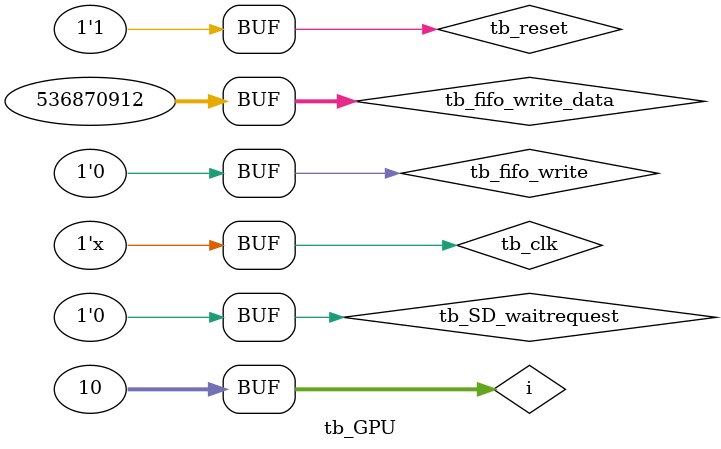
<source format=sv>

`timescale 1 ns / 100 ps

module tb_GPU
();

	// DUT Signals
	reg tb_clk;
	reg tb_reset;
	reg[31:0] tb_fifo_write_data;
	reg tb_fifo_write;
	reg tb_SD_waitrequest;
	wire tb_SD_write;
	wire[31:0] tb_SD_wdata;
	wire [21:0] tb_SD_address;

	int i;

	//Connections
	GPU U1 (.clk(tb_clk),
		.reset(tb_reset),
		.fifo_write_data(tb_fifo_write_data),
		.fifo_write(tb_fifo_write),
		.SD_waitrequest(tb_SD_waitrequest),
		.SD_write(tb_SD_write),
		.SD_wdata(tb_SD_wdata),
		.SD_address(tb_SD_address));

	//Clock Signal
	always
	begin
		#2 tb_clk = !tb_clk;
	end

	initial
	begin
		tb_clk = 1'b0;
		tb_reset = 1'b0;
		tb_fifo_write = 1'b0;
		tb_SD_waitrequest = 1'b0;
		tb_fifo_write_data = 32'b00010000000000000000000000000010;
		#4;
		tb_reset = 1'b1;
		#4;
		tb_fifo_write = 1'b1;
		#4;
		tb_fifo_write = 1'b0;
		#4;
		tb_fifo_write_data = 32'b00000000000000000000000000000000;
		for(i=0; i < 10; i++)
		begin
			#4;
			tb_fifo_write = 1'b1;
			#4;
			tb_fifo_write = 1'b0;
			#4;
			tb_fifo_write_data = tb_fifo_write_data + 32'd140;
		end
		#4;
		tb_fifo_write_data = 32'b00100000000000000000000000000000;
		#4;
		tb_fifo_write = 1'b1;
		#4;
		tb_fifo_write = 1'b0;
		#4;
		tb_fifo_write_data = 32'b00010000000000000000000000000000;
		#4;
		tb_fifo_write = 1'b1;
		#4;
		tb_fifo_write = 1'b0;
		#4;
		tb_fifo_write_data = 32'b00000000000101000000000000001010;
		#4;
		tb_fifo_write = 1'b1;
		#4;
		tb_fifo_write = 1'b0;
		#4;
		tb_fifo_write_data = 32'b00000000000111100000000000001010;
		#4;
		tb_fifo_write = 1'b1;
		#4;
		tb_fifo_write = 1'b0;
		#4;
		tb_fifo_write_data = 32'b00000000000101000000000000010100;
		#4;
		tb_fifo_write = 1'b1;
		#4;
		tb_fifo_write = 1'b0;
		#4;
		tb_fifo_write_data = 32'b00100000000000000000000000000000;
		#4;
		tb_fifo_write = 1'b1;
		#4;
		tb_fifo_write = 1'b0;
		
	end

endmodule

</source>
